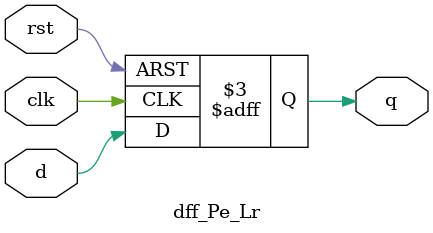
<source format=v>
`timescale 1ns / 1ps


module dff_Pe_Lr(q,d,clk,rst);
input d,clk,rst;
output reg q;

always @(posedge clk or negedge rst)
if (!rst) q <= 1'b0;
else if (clk) q <= d;
endmodule

</source>
